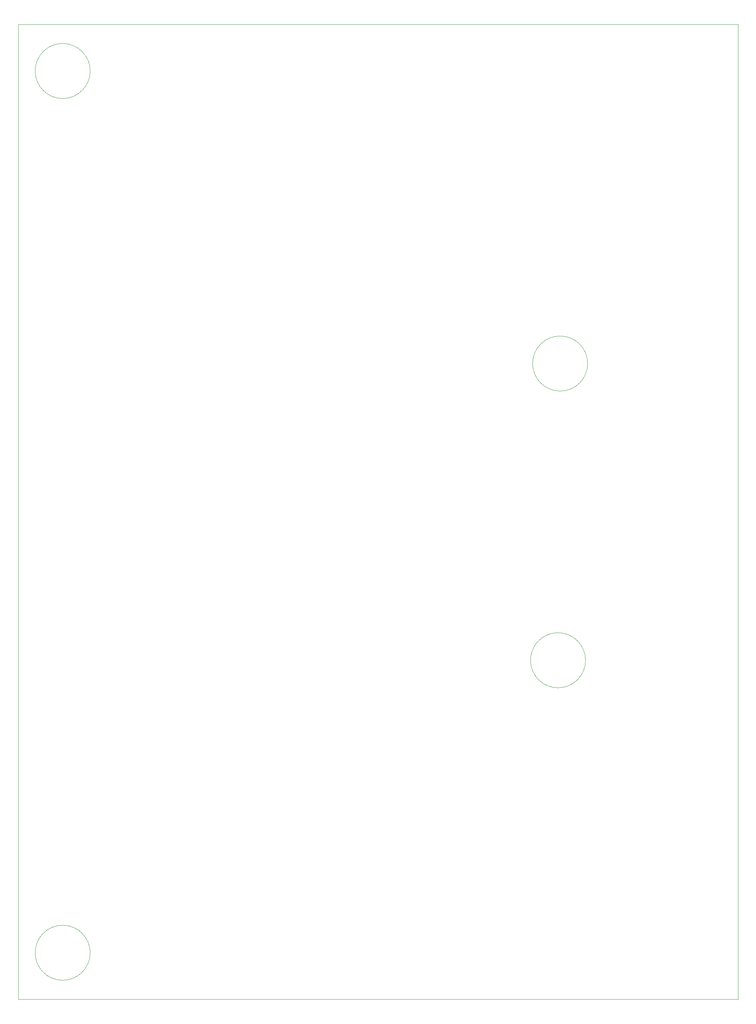
<source format=gbr>
%TF.GenerationSoftware,KiCad,Pcbnew,6.0.4-6f826c9f35~116~ubuntu20.04.1*%
%TF.CreationDate,2022-04-24T17:32:18+02:00*%
%TF.ProjectId,IndegoMower,496e6465-676f-44d6-9f77-65722e6b6963,rev?*%
%TF.SameCoordinates,Original*%
%TF.FileFunction,Profile,NP*%
%FSLAX46Y46*%
G04 Gerber Fmt 4.6, Leading zero omitted, Abs format (unit mm)*
G04 Created by KiCad (PCBNEW 6.0.4-6f826c9f35~116~ubuntu20.04.1) date 2022-04-24 17:32:18*
%MOMM*%
%LPD*%
G01*
G04 APERTURE LIST*
%TA.AperFunction,Profile*%
%ADD10C,0.100000*%
%TD*%
G04 APERTURE END LIST*
D10*
X154000000Y-170000000D02*
G75*
G03*
X154000000Y-170000000I-6500000J0D01*
G01*
X154500000Y-100000000D02*
G75*
G03*
X154500000Y-100000000I-6500000J0D01*
G01*
X37000000Y-239000000D02*
G75*
G03*
X37000000Y-239000000I-6500000J0D01*
G01*
X37000000Y-31000000D02*
G75*
G03*
X37000000Y-31000000I-6500000J0D01*
G01*
X20000000Y-250000000D02*
X20000000Y-20000000D01*
X190000000Y-250000000D02*
X20000000Y-250000000D01*
X190000000Y-20000000D02*
X190000000Y-250000000D01*
X20000000Y-20000000D02*
X190000000Y-20000000D01*
M02*

</source>
